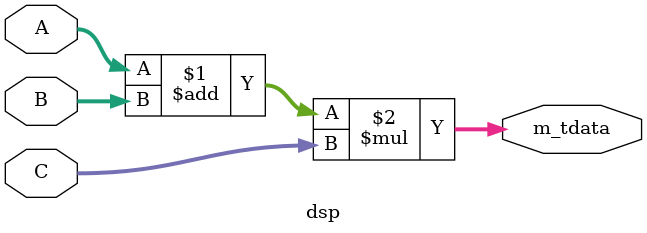
<source format=sv>
`timescale 1ns / 1ps
module dsp #(
    parameter DW = 8
  )(

   // input                  clk,
   // input                  rst,

    input    logic signed [DW-1   :0]   A,
    input    logic signed [DW-1   :0]   B,
    input    logic signed [DW-1   :0]   C,


    output   logic signed [DW+DW-1   :0]  m_tdata


  );

  assign m_tdata=(A+B)*C;


endmodule

</source>
